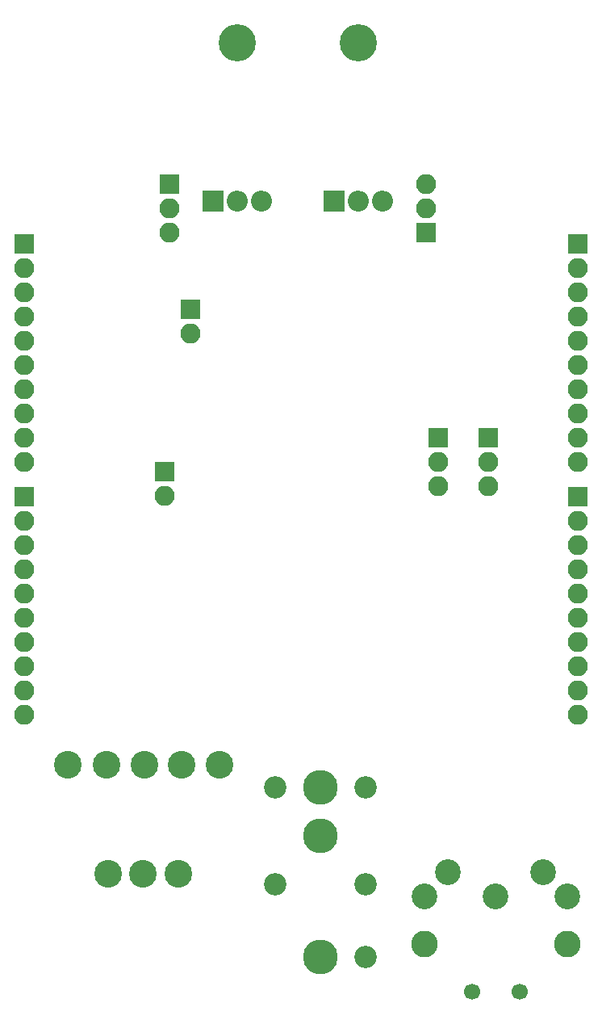
<source format=gbs>
G04 #@! TF.FileFunction,Soldermask,Bot*
%FSLAX46Y46*%
G04 Gerber Fmt 4.6, Leading zero omitted, Abs format (unit mm)*
G04 Created by KiCad (PCBNEW 4.0.4-stable) date 11/26/17 23:03:44*
%MOMM*%
%LPD*%
G01*
G04 APERTURE LIST*
%ADD10C,0.100000*%
%ADD11R,2.100000X2.100000*%
%ADD12O,2.100000X2.100000*%
%ADD13C,2.700000*%
%ADD14C,1.700000*%
%ADD15C,2.800000*%
%ADD16C,2.355800*%
%ADD17C,3.651200*%
%ADD18C,2.899360*%
%ADD19O,3.900000X3.900000*%
%ADD20R,2.200000X2.200000*%
%ADD21O,2.200000X2.200000*%
G04 APERTURE END LIST*
D10*
D11*
X139446000Y-65278000D03*
D12*
X139446000Y-67818000D03*
X139446000Y-70358000D03*
D11*
X166370000Y-70358000D03*
D12*
X166370000Y-67818000D03*
X166370000Y-65278000D03*
D11*
X167640000Y-91821000D03*
D12*
X167640000Y-94361000D03*
X167640000Y-96901000D03*
D11*
X172847000Y-91821000D03*
D12*
X172847000Y-94361000D03*
X172847000Y-96901000D03*
D11*
X141605000Y-78359000D03*
D12*
X141605000Y-80899000D03*
D11*
X124206000Y-71501000D03*
D12*
X124206000Y-74041000D03*
X124206000Y-76581000D03*
X124206000Y-79121000D03*
X124206000Y-81661000D03*
X124206000Y-84201000D03*
X124206000Y-86741000D03*
X124206000Y-89281000D03*
X124206000Y-91821000D03*
X124206000Y-94361000D03*
D11*
X182245000Y-71501000D03*
D12*
X182245000Y-74041000D03*
X182245000Y-76581000D03*
X182245000Y-79121000D03*
X182245000Y-81661000D03*
X182245000Y-84201000D03*
X182245000Y-86741000D03*
X182245000Y-89281000D03*
X182245000Y-91821000D03*
X182245000Y-94361000D03*
D11*
X138938000Y-95377000D03*
D12*
X138938000Y-97917000D03*
D11*
X124206000Y-98044000D03*
D12*
X124206000Y-100584000D03*
X124206000Y-103124000D03*
X124206000Y-105664000D03*
X124206000Y-108204000D03*
X124206000Y-110744000D03*
X124206000Y-113284000D03*
X124206000Y-115824000D03*
X124206000Y-118364000D03*
X124206000Y-120904000D03*
D11*
X182245000Y-98044000D03*
D12*
X182245000Y-100584000D03*
X182245000Y-103124000D03*
X182245000Y-105664000D03*
X182245000Y-108204000D03*
X182245000Y-110744000D03*
X182245000Y-113284000D03*
X182245000Y-115824000D03*
X182245000Y-118364000D03*
X182245000Y-120904000D03*
D13*
X173672500Y-139890500D03*
X181172500Y-139890500D03*
X166172500Y-139890500D03*
X178672500Y-137390500D03*
X168672500Y-137390500D03*
D14*
X176172500Y-149890500D03*
X171172500Y-149890500D03*
D15*
X181172500Y-144890500D03*
X166172500Y-144890500D03*
D16*
X160007300Y-146240500D03*
X150507300Y-138620500D03*
X160007300Y-138620500D03*
X150507700Y-128460500D03*
D17*
X155257500Y-128460500D03*
X155257500Y-146240500D03*
X155257500Y-133540500D03*
D16*
X160007300Y-128460500D03*
D18*
X128778000Y-126111000D03*
X132969000Y-137541000D03*
X132812286Y-126105000D03*
X136652000Y-137541000D03*
X136779000Y-126111000D03*
X140335000Y-137541000D03*
X140716000Y-126111000D03*
X144653000Y-126111000D03*
D19*
X146558000Y-50396000D03*
D20*
X144018000Y-67056000D03*
D21*
X146558000Y-67056000D03*
X149098000Y-67056000D03*
D19*
X159258000Y-50396000D03*
D20*
X156718000Y-67056000D03*
D21*
X159258000Y-67056000D03*
X161798000Y-67056000D03*
M02*

</source>
